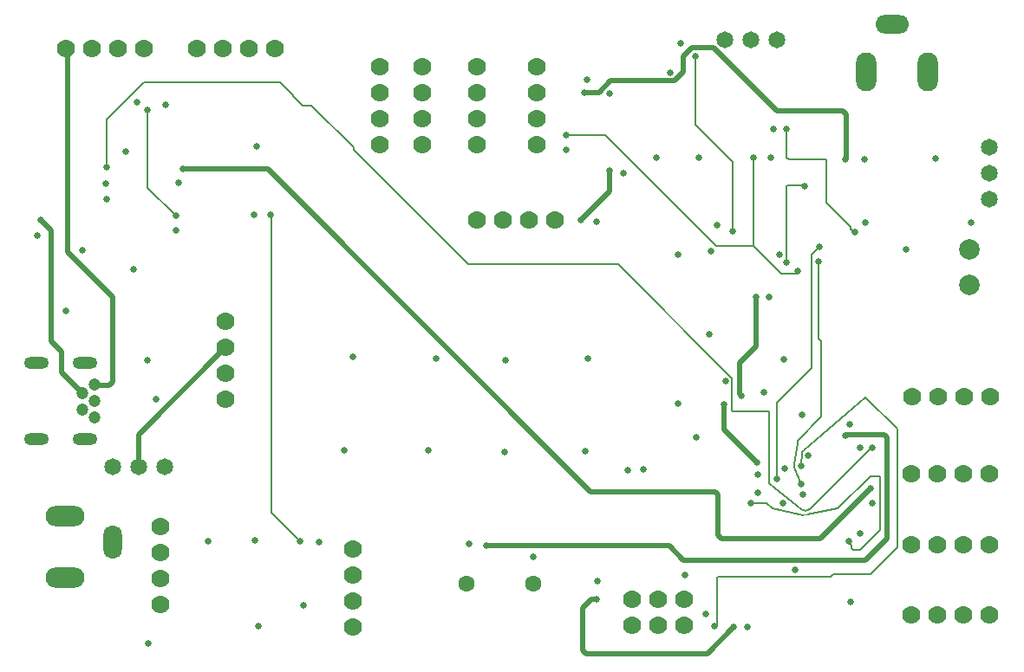
<source format=gbl>
G04*
G04 #@! TF.GenerationSoftware,Altium Limited,Altium Designer,23.1.1 (15)*
G04*
G04 Layer_Physical_Order=4*
G04 Layer_Color=16711680*
%FSLAX44Y44*%
%MOMM*%
G71*
G04*
G04 #@! TF.SameCoordinates,32E53F4C-9CDF-4151-867A-B185B0D7BA91*
G04*
G04*
G04 #@! TF.FilePolarity,Positive*
G04*
G01*
G75*
%ADD13C,0.1524*%
%ADD61C,0.5080*%
%ADD62O,2.4000X1.2000*%
%ADD63C,1.2000*%
%ADD64C,1.7780*%
%ADD65O,1.8000X3.3000*%
%ADD66O,3.8000X2.0000*%
%ADD67C,1.6000*%
%ADD68C,1.6500*%
%ADD69O,2.0000X3.8000*%
%ADD70O,3.3000X1.8000*%
%ADD71C,2.0000*%
%ADD72C,0.6350*%
D13*
X773675Y143836D02*
G03*
X777825Y143850I2041J10342D01*
G01*
X774180Y206657D02*
G03*
X774161Y206640I4229J-4905D01*
G01*
X764742Y192122D02*
G03*
X765192Y189650I6476J-98D01*
G01*
X771646Y149140D02*
G03*
X780362Y149666I4070J5038D01*
G01*
X848360Y128778D02*
Y180971D01*
X743487Y149857D02*
X773675Y143836D01*
X829056Y109474D02*
X848360Y128778D01*
X847467Y181864D02*
X848360Y180971D01*
X777825Y143850D02*
X807223Y149871D01*
X839216Y181864D02*
X847467D01*
X772096Y204261D02*
X772136Y204828D01*
X835504Y257905D02*
X865378Y228031D01*
X833858Y258352D02*
X835057D01*
X774180Y206657D02*
X833858Y258352D01*
X771219Y192024D02*
X772096Y204261D01*
X772577Y205268D02*
X774161Y206640D01*
X835057Y258352D02*
X835504Y257905D01*
X772136Y204828D02*
X772577Y205268D01*
X764759Y193120D02*
X767907Y213487D01*
Y216003D01*
X764742Y192122D02*
X764759Y193120D01*
X765192Y189650D02*
X771398Y173990D01*
X865378Y112014D02*
Y228031D01*
X839470Y86106D02*
X865378Y112014D01*
X748030Y253510D02*
X782050Y287530D01*
X748030Y179070D02*
Y253510D01*
X740972Y174113D02*
X771646Y149140D01*
X740410Y174675D02*
X740972Y174113D01*
X780362Y149666D02*
X789406Y158978D01*
X740410Y175295D02*
Y244217D01*
X705108Y245110D02*
X739517D01*
X740410Y244217D01*
Y175295D02*
X740410Y174675D01*
X704215Y246003D02*
Y277335D01*
Y246003D02*
X705108Y245110D01*
X93726Y484378D02*
Y530606D01*
X93345Y483997D02*
X93726Y484378D01*
X839978Y209550D02*
X840994D01*
X789406Y158978D02*
X839978Y209550D01*
X592716Y388833D02*
X704215Y277335D01*
X446095Y388833D02*
X592716D01*
X334518Y500410D02*
X446095Y388833D01*
X334518Y500410D02*
Y503144D01*
X293594Y544068D02*
X334518Y503144D01*
X284510Y544068D02*
X293594D01*
X275732Y552846D02*
X284510Y544068D01*
X275732Y552846D02*
Y553832D01*
X263144Y566420D02*
X275732Y553832D01*
X129540Y566420D02*
X263144D01*
X93726Y530606D02*
X129540Y566420D01*
X254000Y146050D02*
Y437388D01*
Y146050D02*
X282194Y117856D01*
X253746Y437642D02*
X254000Y437388D01*
X133350Y463804D02*
X161036Y436118D01*
X133350Y463804D02*
Y539750D01*
X782050Y287530D02*
Y398510D01*
X788527Y316485D02*
Y391779D01*
X782050Y398510D02*
X789432Y405892D01*
X822670Y420370D02*
X823976D01*
X820384Y422656D02*
X822670Y420370D01*
X819658Y422910D02*
Y425450D01*
X819912Y422656D02*
X820384D01*
X796290Y448818D02*
X819658Y425450D01*
Y422910D02*
X819912Y422656D01*
X788527Y316485D02*
X791464Y313548D01*
Y239560D02*
Y313548D01*
X767907Y216003D02*
X791464Y239560D01*
X796290Y448818D02*
Y490343D01*
X757428Y493268D02*
X759460Y491236D01*
X795397D01*
X757428Y493268D02*
Y520954D01*
X795397Y491236D02*
X796290Y490343D01*
X725170Y406400D02*
Y493522D01*
X774446Y465836D02*
X774954Y465328D01*
X757940Y465836D02*
X774446D01*
X757047Y395589D02*
Y464943D01*
X757940Y465836D01*
X668528Y525254D02*
X705104Y488678D01*
X668528Y525254D02*
Y592328D01*
X688993Y406400D02*
X725170D01*
X580027Y515366D02*
X688993Y406400D01*
X542544Y515366D02*
X580027D01*
X705104Y421386D02*
Y488678D01*
X725170Y406400D02*
X751840Y379730D01*
X743419Y149925D02*
X743487Y149857D01*
X737642Y155702D02*
X743419Y149925D01*
X807223Y149871D02*
X807277Y149925D01*
X839216Y181864D01*
X689995Y83693D02*
X800219D01*
X689102Y35945D02*
Y82800D01*
X689995Y83693D01*
X800219D02*
X802632Y86106D01*
X687324Y35052D02*
X688209D01*
X689102Y35945D01*
X802632Y86106D02*
X839470D01*
X820959Y110967D02*
Y113471D01*
X817880Y116550D02*
Y117856D01*
Y116550D02*
X820959Y113471D01*
X722884Y155702D02*
X737642D01*
X820959Y110967D02*
X822452Y109474D01*
X829056D01*
X767711Y381123D02*
X768604Y382016D01*
X767711Y379730D02*
Y381123D01*
X751840Y379730D02*
X767711D01*
X756782Y395324D02*
X757047Y395589D01*
X756782Y390312D02*
Y395324D01*
D61*
X696203Y226833D02*
Y251217D01*
Y226833D02*
X728218Y194818D01*
X168148Y481838D02*
X250952D01*
X566166Y166624D01*
X124460Y222250D02*
X209550Y307340D01*
X124460Y190500D02*
Y222250D01*
X566166Y166624D02*
X687650D01*
X39370Y313690D02*
X49530Y303530D01*
Y283103D02*
X69562Y263072D01*
X49530Y283103D02*
Y303530D01*
X39370Y313690D02*
Y421640D01*
X29210Y431800D02*
X39370Y421640D01*
X81599Y271070D02*
X82159Y270510D01*
X96084D01*
X99060Y273486D01*
Y356626D01*
X55245Y400441D02*
X99060Y356626D01*
X55245Y400441D02*
Y598551D01*
X53594Y600202D02*
X55245Y598551D01*
X556260Y431800D02*
X584200Y459740D01*
Y480060D01*
X815086Y491236D02*
Y491998D01*
X815340Y492252D01*
Y535504D01*
X748229Y538480D02*
X812364D01*
X815340Y535504D01*
X686126Y600583D02*
X748229Y538480D01*
X665109Y600583D02*
X686126D01*
X656336Y591810D02*
X665109Y600583D01*
X656336Y576844D02*
Y591810D01*
X585353Y568071D02*
X647563D01*
X656336Y576844D01*
X574304Y557022D02*
X585353Y568071D01*
X559816Y557022D02*
X574304D01*
X816102Y222504D02*
X852750D01*
X855726Y219528D01*
X814832Y221234D02*
X816102Y222504D01*
X855726Y120904D02*
Y219528D01*
X711454Y261874D02*
X713232Y260096D01*
X711454Y261874D02*
Y292182D01*
X695960Y251460D02*
X696203Y251217D01*
X727456Y308184D02*
Y357124D01*
X711454Y292182D02*
X727456Y308184D01*
X571257Y61203D02*
X571500Y60960D01*
X567049Y61203D02*
X571257D01*
X566983Y61269D02*
X567049Y61203D01*
X558292Y52578D02*
X566983Y61269D01*
X558292Y11358D02*
X561268Y8382D01*
X558292Y11358D02*
Y52578D01*
X561268Y8382D02*
X679958D01*
X705612Y34036D01*
X834644Y99822D02*
X855726Y120904D01*
X656635Y99822D02*
X834644D01*
X642665Y113792D02*
X656635Y99822D01*
X790448Y120904D02*
X838962Y169418D01*
X693602Y120904D02*
X790448D01*
X690626Y123880D02*
X693602Y120904D01*
X690626Y123880D02*
Y163648D01*
X687650Y166624D02*
X690626Y163648D01*
X464312Y113792D02*
X642665D01*
D62*
X25082Y292470D02*
D03*
X72582D02*
D03*
Y218070D02*
D03*
X25082D02*
D03*
D63*
X81599Y239071D02*
D03*
Y255071D02*
D03*
X69562Y247072D02*
D03*
Y263072D02*
D03*
X81599Y271070D02*
D03*
D64*
X232664Y600202D02*
D03*
X258064D02*
D03*
X181864D02*
D03*
X207264D02*
D03*
X359918Y530860D02*
D03*
Y505460D02*
D03*
Y581660D02*
D03*
Y556260D02*
D03*
X401320D02*
D03*
Y581660D02*
D03*
Y505460D02*
D03*
Y530860D02*
D03*
X454660Y556260D02*
D03*
Y581660D02*
D03*
Y505460D02*
D03*
Y530860D02*
D03*
X513588Y556260D02*
D03*
Y581660D02*
D03*
Y505460D02*
D03*
Y530860D02*
D03*
X104394Y600202D02*
D03*
X129794D02*
D03*
X53594D02*
D03*
X78994D02*
D03*
X334010Y59690D02*
D03*
Y34290D02*
D03*
Y110490D02*
D03*
Y85090D02*
D03*
X505460Y431800D02*
D03*
X530860D02*
D03*
X454660D02*
D03*
X480060D02*
D03*
X146050Y81280D02*
D03*
Y55880D02*
D03*
Y132080D02*
D03*
Y106680D02*
D03*
X904240Y45720D02*
D03*
X878840D02*
D03*
X955040D02*
D03*
X929640D02*
D03*
X905510Y259080D02*
D03*
X880110D02*
D03*
X956310D02*
D03*
X930910D02*
D03*
X209550Y281940D02*
D03*
Y256540D02*
D03*
Y332740D02*
D03*
Y307340D02*
D03*
X657352Y61214D02*
D03*
Y35814D02*
D03*
X631952Y61214D02*
D03*
Y35814D02*
D03*
X606552Y61214D02*
D03*
Y35814D02*
D03*
X904240Y114300D02*
D03*
X878840D02*
D03*
X955040D02*
D03*
X929640D02*
D03*
X904240Y184150D02*
D03*
X878840D02*
D03*
X955040D02*
D03*
X929640D02*
D03*
D65*
X99215Y117494D02*
D03*
D66*
X52715Y82494D02*
D03*
Y142494D02*
D03*
D67*
X510020Y76708D02*
D03*
X445020D02*
D03*
D68*
X955040Y452120D02*
D03*
Y477520D02*
D03*
Y502920D02*
D03*
X99060Y190500D02*
D03*
X124460D02*
D03*
X149860D02*
D03*
X748030Y608330D02*
D03*
X722630D02*
D03*
X697230D02*
D03*
D69*
X835350Y576580D02*
D03*
X895350D02*
D03*
D70*
X860350Y623080D02*
D03*
D71*
X935990Y368580D02*
D03*
Y403580D02*
D03*
D72*
X840740Y154940D02*
D03*
X937260Y429260D02*
D03*
X829310Y209550D02*
D03*
X819150Y232410D02*
D03*
X778410Y201752D02*
D03*
X773430Y163830D02*
D03*
X755650Y189230D02*
D03*
X772160Y241300D02*
D03*
X754380Y295910D02*
D03*
X748030Y179070D02*
D03*
X753988Y155163D02*
D03*
X562610Y568960D02*
D03*
X654050Y604520D02*
D03*
X542290Y500380D02*
D03*
X598170Y477520D02*
D03*
X571500Y430530D02*
D03*
X689610Y426720D02*
D03*
X741680Y492760D02*
D03*
X744220Y520700D02*
D03*
X833120Y491490D02*
D03*
X834390Y429260D02*
D03*
X740410Y356870D02*
D03*
X617220Y187960D02*
D03*
X728980Y182880D02*
D03*
Y165100D02*
D03*
X829310Y125730D02*
D03*
X678180Y46990D02*
D03*
X718820Y34290D02*
D03*
X572770Y78740D02*
D03*
X447040Y115570D02*
D03*
X300990Y116840D02*
D03*
X237490Y436880D02*
D03*
X161290Y421640D02*
D03*
X25400Y416560D02*
D03*
X92710Y467360D02*
D03*
X168148Y481838D02*
D03*
X163830Y468630D02*
D03*
X123190Y547370D02*
D03*
X560578Y206248D02*
D03*
X414782Y296672D02*
D03*
X325374Y206756D02*
D03*
X282194Y117856D02*
D03*
X133350Y539750D02*
D03*
X151337Y544867D02*
D03*
X111760Y499110D02*
D03*
X93345Y483997D02*
D03*
X141351Y256540D02*
D03*
X119380Y383540D02*
D03*
X29210Y431800D02*
D03*
X69850Y402590D02*
D03*
X133350Y294640D02*
D03*
X556260Y431800D02*
D03*
X53340Y342900D02*
D03*
X134366Y18034D02*
D03*
X788527Y391779D02*
D03*
X823976Y420370D02*
D03*
X789432Y405892D02*
D03*
X815086Y491236D02*
D03*
X774954Y465328D02*
D03*
X584708Y555752D02*
D03*
X559816Y557022D02*
D03*
X750570Y398272D02*
D03*
X725170Y493522D02*
D03*
X630428Y493268D02*
D03*
X542544Y515366D02*
D03*
X584200Y480060D02*
D03*
X240284Y504190D02*
D03*
X771398Y173990D02*
D03*
X771219Y192024D02*
D03*
X814832Y221234D02*
D03*
X713232Y260096D02*
D03*
X695960Y251460D02*
D03*
X735422Y263779D02*
D03*
X727456Y357124D02*
D03*
X683324Y401511D02*
D03*
X874395Y403098D02*
D03*
X697738Y274652D02*
D03*
X766064Y90170D02*
D03*
X668782Y219710D02*
D03*
X728218Y194818D02*
D03*
X840994Y209550D02*
D03*
X602234Y187706D02*
D03*
X571500Y60960D02*
D03*
X705612Y34036D02*
D03*
X687324Y35052D02*
D03*
X838962Y169418D02*
D03*
X817880Y117856D02*
D03*
X722884Y155702D02*
D03*
X464312Y113792D02*
D03*
X161036Y436118D02*
D03*
X757428Y520954D02*
D03*
X768604Y382016D02*
D03*
X756782Y390312D02*
D03*
X705104Y421386D02*
D03*
X668528Y592328D02*
D03*
X253746Y437642D02*
D03*
X644144Y576326D02*
D03*
X241300Y35052D02*
D03*
X563118Y296672D02*
D03*
X509778Y102870D02*
D03*
X93726Y452120D02*
D03*
X657860Y84836D02*
D03*
X334010Y298196D02*
D03*
X285496Y55372D02*
D03*
X238252Y118618D02*
D03*
X192278Y118364D02*
D03*
X902970Y492506D02*
D03*
X671576Y492760D02*
D03*
X651256Y398526D02*
D03*
X681990Y320548D02*
D03*
X819658Y58928D02*
D03*
X651002Y252730D02*
D03*
X482346Y204978D02*
D03*
X407416Y207264D02*
D03*
X482600Y295402D02*
D03*
M02*

</source>
